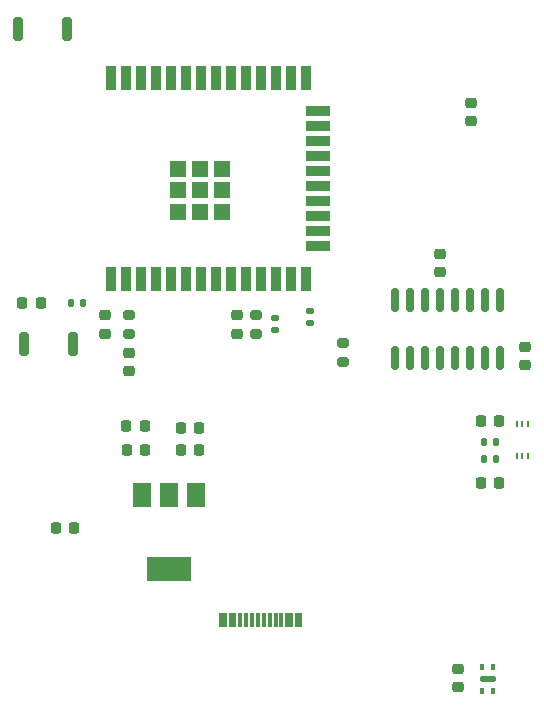
<source format=gtp>
G04 #@! TF.GenerationSoftware,KiCad,Pcbnew,6.0.7-f9a2dced07~116~ubuntu20.04.1*
G04 #@! TF.CreationDate,2022-12-02T22:22:49+05:00*
G04 #@! TF.ProjectId,smart light,736d6172-7420-46c6-9967-68742e6b6963,rev?*
G04 #@! TF.SameCoordinates,Original*
G04 #@! TF.FileFunction,Paste,Top*
G04 #@! TF.FilePolarity,Positive*
%FSLAX46Y46*%
G04 Gerber Fmt 4.6, Leading zero omitted, Abs format (unit mm)*
G04 Created by KiCad (PCBNEW 6.0.7-f9a2dced07~116~ubuntu20.04.1) date 2022-12-02 22:22:49*
%MOMM*%
%LPD*%
G01*
G04 APERTURE LIST*
G04 Aperture macros list*
%AMRoundRect*
0 Rectangle with rounded corners*
0 $1 Rounding radius*
0 $2 $3 $4 $5 $6 $7 $8 $9 X,Y pos of 4 corners*
0 Add a 4 corners polygon primitive as box body*
4,1,4,$2,$3,$4,$5,$6,$7,$8,$9,$2,$3,0*
0 Add four circle primitives for the rounded corners*
1,1,$1+$1,$2,$3*
1,1,$1+$1,$4,$5*
1,1,$1+$1,$6,$7*
1,1,$1+$1,$8,$9*
0 Add four rect primitives between the rounded corners*
20,1,$1+$1,$2,$3,$4,$5,0*
20,1,$1+$1,$4,$5,$6,$7,0*
20,1,$1+$1,$6,$7,$8,$9,0*
20,1,$1+$1,$8,$9,$2,$3,0*%
G04 Aperture macros list end*
%ADD10RoundRect,0.225000X0.225000X0.250000X-0.225000X0.250000X-0.225000X-0.250000X0.225000X-0.250000X0*%
%ADD11RoundRect,0.200000X0.275000X-0.200000X0.275000X0.200000X-0.275000X0.200000X-0.275000X-0.200000X0*%
%ADD12RoundRect,0.200000X0.200000X0.800000X-0.200000X0.800000X-0.200000X-0.800000X0.200000X-0.800000X0*%
%ADD13RoundRect,0.225000X0.250000X-0.225000X0.250000X0.225000X-0.250000X0.225000X-0.250000X-0.225000X0*%
%ADD14R,0.900000X2.000000*%
%ADD15R,2.000000X0.900000*%
%ADD16R,1.330000X1.330000*%
%ADD17RoundRect,0.135000X0.135000X0.185000X-0.135000X0.185000X-0.135000X-0.185000X0.135000X-0.185000X0*%
%ADD18R,1.500000X2.000000*%
%ADD19R,3.800000X2.000000*%
%ADD20RoundRect,0.135000X0.185000X-0.135000X0.185000X0.135000X-0.185000X0.135000X-0.185000X-0.135000X0*%
%ADD21RoundRect,0.125000X0.575000X-0.125000X0.575000X0.125000X-0.575000X0.125000X-0.575000X-0.125000X0*%
%ADD22RoundRect,0.087500X0.087500X-0.187500X0.087500X0.187500X-0.087500X0.187500X-0.087500X-0.187500X0*%
%ADD23RoundRect,0.087500X-0.087500X0.187500X-0.087500X-0.187500X0.087500X-0.187500X0.087500X0.187500X0*%
%ADD24RoundRect,0.150000X0.150000X-0.825000X0.150000X0.825000X-0.150000X0.825000X-0.150000X-0.825000X0*%
%ADD25RoundRect,0.200000X-0.275000X0.200000X-0.275000X-0.200000X0.275000X-0.200000X0.275000X0.200000X0*%
%ADD26RoundRect,0.225000X-0.250000X0.225000X-0.250000X-0.225000X0.250000X-0.225000X0.250000X0.225000X0*%
%ADD27RoundRect,0.225000X-0.225000X-0.250000X0.225000X-0.250000X0.225000X0.250000X-0.225000X0.250000X0*%
%ADD28R,0.250000X0.550000*%
%ADD29RoundRect,0.218750X-0.218750X-0.256250X0.218750X-0.256250X0.218750X0.256250X-0.218750X0.256250X0*%
%ADD30R,0.300000X1.150000*%
G04 APERTURE END LIST*
D10*
X180869418Y-77640460D03*
X179319418Y-77640460D03*
D11*
X149494418Y-70265460D03*
X149494418Y-68615460D03*
D12*
X144310418Y-44418460D03*
X140110418Y-44418460D03*
D13*
X175894418Y-65015460D03*
X175894418Y-63465460D03*
D14*
X148034418Y-65590460D03*
X149304418Y-65590460D03*
X150574418Y-65590460D03*
X151844418Y-65590460D03*
X153114418Y-65590460D03*
X154384418Y-65590460D03*
X155654418Y-65590460D03*
X156924418Y-65590460D03*
X158194418Y-65590460D03*
X159464418Y-65590460D03*
X160734418Y-65590460D03*
X162004418Y-65590460D03*
X163274418Y-65590460D03*
X164544418Y-65590460D03*
D15*
X165544418Y-62805460D03*
X165544418Y-61535460D03*
X165544418Y-60265460D03*
X165544418Y-58995460D03*
X165544418Y-57725460D03*
X165544418Y-56455460D03*
X165544418Y-55185460D03*
X165544418Y-53915460D03*
X165544418Y-52645460D03*
X165544418Y-51375460D03*
D14*
X164544418Y-48590460D03*
X163274418Y-48590460D03*
X162004418Y-48590460D03*
X160734418Y-48590460D03*
X159464418Y-48590460D03*
X158194418Y-48590460D03*
X156924418Y-48590460D03*
X155654418Y-48590460D03*
X154384418Y-48590460D03*
X153114418Y-48590460D03*
X151844418Y-48590460D03*
X150574418Y-48590460D03*
X149304418Y-48590460D03*
X148034418Y-48590460D03*
D16*
X153699418Y-59925460D03*
X153699418Y-58090460D03*
X153699418Y-56255460D03*
X155534418Y-59925460D03*
X155534418Y-58090460D03*
X155534418Y-56255460D03*
X157369418Y-59925460D03*
X157369418Y-58090460D03*
X157369418Y-56255460D03*
D17*
X180604418Y-79440460D03*
X179584418Y-79440460D03*
D18*
X155194418Y-83890460D03*
X152894418Y-83890460D03*
D19*
X152894418Y-90190460D03*
D18*
X150594418Y-83890460D03*
D20*
X161894418Y-69950460D03*
X161894418Y-68930460D03*
D17*
X145604418Y-67640460D03*
X144584418Y-67640460D03*
X180604418Y-80840460D03*
X179584418Y-80840460D03*
D10*
X155469418Y-78240460D03*
X153919418Y-78240460D03*
D13*
X183104418Y-72879460D03*
X183104418Y-71329460D03*
D21*
X179894418Y-99440460D03*
D22*
X179394418Y-100465460D03*
D23*
X180394418Y-98415460D03*
X179394418Y-98415460D03*
D22*
X180394418Y-100465460D03*
D10*
X155469418Y-80040460D03*
X153919418Y-80040460D03*
X150869418Y-78040460D03*
X149319418Y-78040460D03*
X180869418Y-82840460D03*
X179319418Y-82840460D03*
D12*
X144818418Y-71088460D03*
X140618418Y-71088460D03*
D13*
X158720418Y-70215460D03*
X158720418Y-68665460D03*
D24*
X172049418Y-72315460D03*
X173319418Y-72315460D03*
X174589418Y-72315460D03*
X175859418Y-72315460D03*
X177129418Y-72315460D03*
X178399418Y-72315460D03*
X179669418Y-72315460D03*
X180939418Y-72315460D03*
X180939418Y-67365460D03*
X179669418Y-67365460D03*
X178399418Y-67365460D03*
X177129418Y-67365460D03*
X175859418Y-67365460D03*
X174589418Y-67365460D03*
X173319418Y-67365460D03*
X172049418Y-67365460D03*
D25*
X167694418Y-71015460D03*
X167694418Y-72665460D03*
D13*
X178494418Y-52215460D03*
X178494418Y-50665460D03*
D26*
X177394418Y-98615460D03*
X177394418Y-100165460D03*
D27*
X149344418Y-80040460D03*
X150894418Y-80040460D03*
D13*
X147544418Y-70215460D03*
X147544418Y-68665460D03*
D28*
X182350418Y-80615460D03*
X182850418Y-80615460D03*
X183350418Y-80615460D03*
X183350418Y-77865460D03*
X182850418Y-77865460D03*
X182350418Y-77865460D03*
D29*
X140506918Y-67640460D03*
X142081918Y-67640460D03*
D20*
X164894418Y-69350460D03*
X164894418Y-68330460D03*
D10*
X144869418Y-86640460D03*
X143319418Y-86640460D03*
D30*
X157344418Y-94455460D03*
X158144418Y-94455460D03*
X159444418Y-94455460D03*
X160444418Y-94455460D03*
X160944418Y-94455460D03*
X161944418Y-94455460D03*
X163244418Y-94455460D03*
X164044418Y-94455460D03*
X163744418Y-94455460D03*
X162944418Y-94455460D03*
X162444418Y-94455460D03*
X161444418Y-94455460D03*
X159944418Y-94455460D03*
X158944418Y-94455460D03*
X158444418Y-94455460D03*
X157644418Y-94455460D03*
D13*
X149494418Y-73415460D03*
X149494418Y-71865460D03*
D25*
X160294418Y-68615460D03*
X160294418Y-70265460D03*
M02*

</source>
